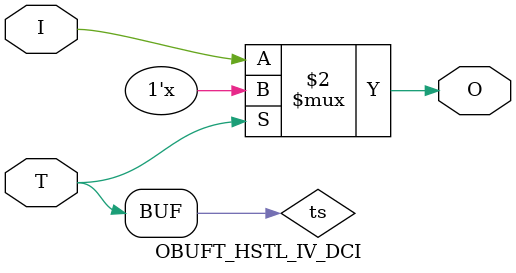
<source format=v>

/*

FUNCTION    : TRI-STATE OUTPUT BUFFER

*/

`celldefine
`timescale  100 ps / 10 ps

module OBUFT_HSTL_IV_DCI (O, I, T);

    output O;

    input  I, T;

    or O1 (ts, 1'b0, T);
    bufif0 T1 (O, I, ts);

endmodule

</source>
